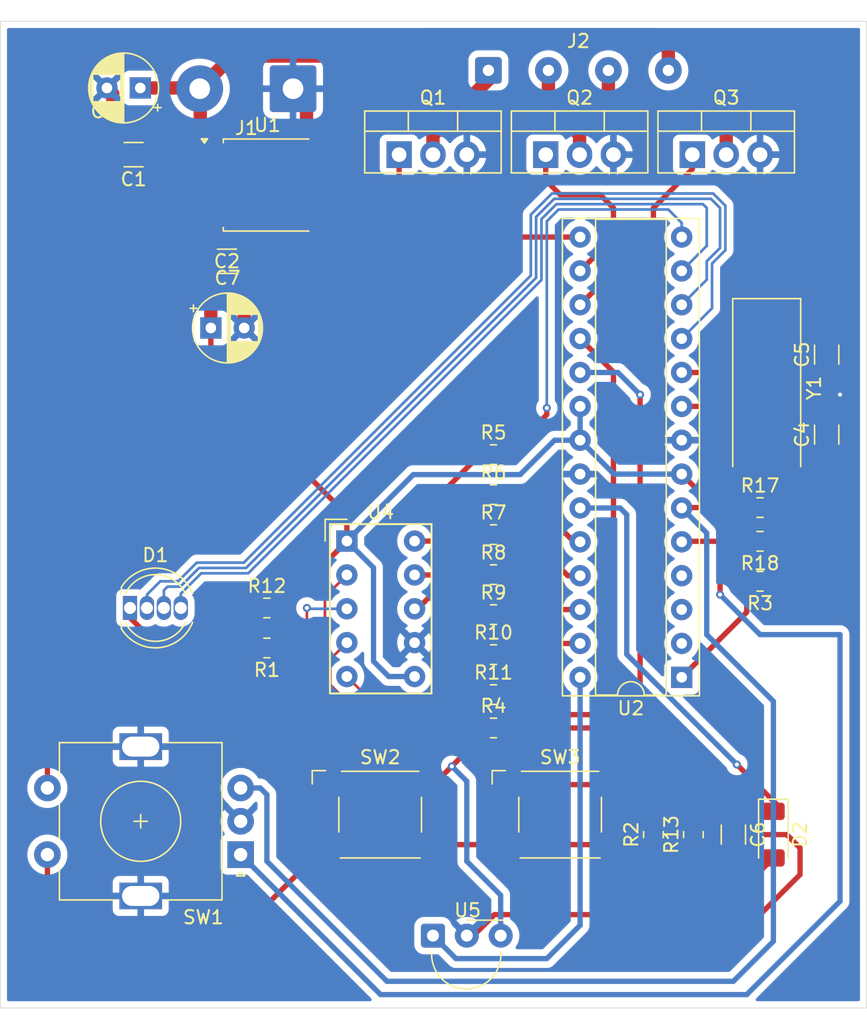
<source format=kicad_pcb>
(kicad_pcb (version 20240108) (generator "pcbnew") (generator_version "8.0")
  (layers (0 "F.Cu" signal) (31 "B.Cu" signal) (34 "B.Paste" user) (35 "F.Paste" user) (36 "B.SilkS" user "B.Silkscreen") (37 "F.SilkS" user "F.Silkscreen") (38 "B.Mask" user) (39 "F.Mask" user) (44 "Edge.Cuts" user))
  (net 0 "")
  (net 1 "GND")
  (net 2 "+12V")
  (net 3 "+5V")
  (net 4 "Net-(U2-XTAL1{slash}PB6)")
  (net 5 "Net-(U2-XTAL2{slash}PB7)")
  (net 6 "Net-(D1-GK)")
  (net 7 "Net-(D1-BK)")
  (net 8 "Net-(D1-A)")
  (net 9 "Net-(D1-RK)")
  (net 10 "Net-(Q1-G)")
  (net 11 "Net-(J2-Pin_3)")
  (net 12 "Net-(Q2-G)")
  (net 13 "Net-(J2-Pin_2)")
  (net 14 "Net-(Q3-G)")
  (net 15 "Net-(J2-Pin_1)")
  (net 16 "Net-(D2-K)")
  (net 17 "Net-(D2-A)")
  (net 18 "Net-(U2-~{RESET}{slash}PC6)")
  (net 19 "Net-(R1-Pad2)")
  (net 20 "Net-(U2-PB0)")
  (net 21 "Net-(R4-Pad2)")
  (net 22 "Net-(U2-PC1)")
  (net 23 "Net-(U2-PC2)")
  (net 24 "Net-(U4-A)")
  (net 25 "Net-(U2-PC3)")
  (net 26 "Net-(U4-B)")
  (net 27 "Net-(U4-C)")
  (net 28 "Net-(U2-PC4)")
  (net 29 "Net-(U2-PB4)")
  (net 30 "Net-(U4-D)")
  (net 31 "Net-(U4-E)")
  (net 32 "Net-(U2-PB5)")
  (net 33 "Net-(U4-F)")
  (net 34 "Net-(U4-G)")
  (net 35 "Net-(U2-PD3)")
  (net 36 "Net-(U2-PD4)")
  (net 37 "Net-(U2-PC5)")
  (footprint "Resistor_SMD:R_0805_2012Metric_Pad1.20x1.40mm_HandSolder" (layer "F.Cu") (at 110 100.5)
    (property "Reference" "R7" (at 0 -1.65 0) (layer "F.SilkS"))
    (property "Value" "220")
    (pad "1" smd roundrect (at -1 0) (size 1.2 1.4) (layers "F.Cu" "F.Paste" "F.Mask") (roundrect_rratio 0.208333) (net 27 "Net-(U4-C)"))
    (pad "2" smd roundrect (at 1 0) (size 1.2 1.4) (layers "F.Cu" "F.Paste" "F.Mask") (roundrect_rratio 0.208333) (net 23 "Net-(U2-PC2)"))
  )
  (footprint "Package_TO_SOT_THT:TO-220-3_Vertical" (layer "F.Cu") (at 102.92 72)
    (property "Reference" "Q1" (at 2.54 -4.27 0) (layer "F.SilkS"))
    (property "Value" "IRF740")
    (pad "1" thru_hole rect (at 0 0) (size 1.905 2) (drill 1.1) (layers "*.Cu" "*.Mask") (net 10 "Net-(Q1-G)"))
    (pad "2" thru_hole oval (at 2.54 0) (size 1.905 2) (drill 1.1) (layers "*.Cu" "*.Mask") (net 15 "Net-(J2-Pin_1)"))
    (pad "3" thru_hole oval (at 5.08 0) (size 1.905 2) (drill 1.1) (layers "*.Cu" "*.Mask") (net 1 "GND"))
  )
  (footprint "Rotary_Encoder:RotaryEncoder_Alps_EC11E-Switch_Vertical_H20mm" (layer "F.Cu") (at 91.030977 124.5 180)
    (property "Reference" "SW1" (at 2.8 -4.7 360) (layer "F.SilkS"))
    (property "Value" "RotaryEncoder_Switch_MP")
    (pad "A" thru_hole rect (at 0 0 180) (size 2 2) (drill 1) (layers "*.Cu" "*.Mask") (net 35 "Net-(U2-PD3)"))
    (pad "B" thru_hole circle (at 0 5 180) (size 2 2) (drill 1) (layers "*.Cu" "*.Mask") (net 36 "Net-(U2-PD4)"))
    (pad "C" thru_hole circle (at 0 2.5 180) (size 2 2) (drill 1) (layers "*.Cu" "*.Mask") (net 1 "GND"))
    (pad "MP" thru_hole rect (at 7.5 -3.1 180) (size 3.2 2) (drill oval 2.8 1.5) (layers "*.Cu" "*.Mask") (net 1 "GND"))
    (pad "MP" thru_hole rect (at 7.5 8.1 180) (size 3.2 2) (drill oval 2.8 1.5) (layers "*.Cu" "*.Mask") (net 1 "GND"))
    (pad "S1" thru_hole circle (at 14.5 5 180) (size 2 2) (drill 1) (layers "*.Cu" "*.Mask") (net 19 "Net-(R1-Pad2)"))
    (pad "S2" thru_hole circle (at 14.5 0 180) (size 2 2) (drill 1) (layers "*.Cu" "*.Mask") (net 17 "Net-(D2-A)"))
  )
  (footprint "Crystal:Crystal_SMD_HC49-SD" (layer "F.Cu") (at 130.5 89.5 -90)
    (property "Reference" "Y1" (at 0 -3.55 90) (layer "F.SilkS"))
    (property "Value" "16MHz")
    (pad "1" smd rect (at -4.25 0 270) (size 4.5 2) (layers "F.Cu" "F.Paste" "F.Mask") (net 5 "Net-(U2-XTAL2{slash}PB7)"))
    (pad "2" smd rect (at 4.25 0 270) (size 4.5 2) (layers "F.Cu" "F.Paste" "F.Mask") (net 4 "Net-(U2-XTAL1{slash}PB6)"))
  )
  (footprint "Button_Switch_SMD:SW_SPST_Omron_B3FS-100xP" (layer "F.Cu") (at 115 121.5)
    (property "Reference" "SW3" (at 0 -4.3 0) (layer "F.SilkS"))
    (property "Value" "SW_Omron_B3FS")
    (pad "1" smd rect (at -4 -2.25 180) (size 1.6 1.4) (layers "F.Cu" "F.Paste" "F.Mask") (net 21 "Net-(R4-Pad2)"))
    (pad "1" smd rect (at 4 -2.25 180) (size 1.6 1.4) (layers "F.Cu" "F.Paste" "F.Mask") (net 21 "Net-(R4-Pad2)"))
    (pad "2" smd rect (at -4 2.25 180) (size 1.6 1.4) (layers "F.Cu" "F.Paste" "F.Mask") (net 17 "Net-(D2-A)"))
    (pad "2" smd rect (at 4 2.25 180) (size 1.6 1.4) (layers "F.Cu" "F.Paste" "F.Mask") (net 17 "Net-(D2-A)"))
  )
  (footprint "Connector_Wire:SolderWire-0.25sqmm_1x04_P4.5mm_D0.65mm_OD2mm" (layer "F.Cu") (at 109.620761 65.681049)
    (property "Reference" "J2" (at 6.75 -2.2 0) (layer "F.SilkS"))
    (property "Value" "Conn_01x04_Socket")
    (pad "1" thru_hole roundrect (at 0 0) (size 2 2) (drill 0.85) (layers "*.Cu" "*.Mask") (roundrect_rratio 0.125) (net 15 "Net-(J2-Pin_1)"))
    (pad "2" thru_hole circle (at 4.5 0) (size 2 2) (drill 0.85) (layers "*.Cu" "*.Mask") (net 13 "Net-(J2-Pin_2)"))
    (pad "3" thru_hole circle (at 9 0) (size 2 2) (drill 0.85) (layers "*.Cu" "*.Mask") (net 11 "Net-(J2-Pin_3)"))
    (pad "4" thru_hole circle (at 13.5 0) (size 2 2) (drill 0.85) (layers "*.Cu" "*.Mask") (net 2 "+12V"))
  )
  (footprint "Resistor_SMD:R_0805_2012Metric_Pad1.20x1.40mm_HandSolder" (layer "F.Cu") (at 110 109.5)
    (property "Reference" "R10" (at 0 -1.65 0) (layer "F.SilkS"))
    (property "Value" "220")
    (pad "1" smd roundrect (at -1 0) (size 1.2 1.4) (layers "F.Cu" "F.Paste" "F.Mask") (roundrect_rratio 0.208333) (net 33 "Net-(U4-F)"))
    (pad "2" smd roundrect (at 1 0) (size 1.2 1.4) (layers "F.Cu" "F.Paste" "F.Mask") (roundrect_rratio 0.208333) (net 29 "Net-(U2-PB4)"))
  )
  (footprint "Resistor_SMD:R_0805_2012Metric_Pad1.20x1.40mm_HandSolder" (layer "F.Cu") (at 125 123 90)
    (property "Reference" "R13" (at 0 -1.65 90) (layer "F.SilkS"))
    (property "Value" "470")
    (pad "1" smd roundrect (at -1 0 90) (size 1.2 1.4) (layers "F.Cu" "F.Paste" "F.Mask") (roundrect_rratio 0.208333) (net 17 "Net-(D2-A)"))
    (pad "2" smd roundrect (at 1 0 90) (size 1.2 1.4) (layers "F.Cu" "F.Paste" "F.Mask") (roundrect_rratio 0.208333) (net 16 "Net-(D2-K)"))
  )
  (footprint "Resistor_SMD:R_0805_2012Metric_Pad1.20x1.40mm_HandSolder" (layer "F.Cu") (at 130 101 180)
    (property "Reference" "R18" (at 0 -1.65 360) (layer "F.SilkS"))
    (property "Value" "10k")
    (pad "1" smd roundrect (at -1 0 180) (size 1.2 1.4) (layers "F.Cu" "F.Paste" "F.Mask") (roundrect_rratio 0.208333) (net 3 "+5V"))
    (pad "2" smd roundrect (at 1 0 180) (size 1.2 1.4) (layers "F.Cu" "F.Paste" "F.Mask") (roundrect_rratio 0.208333) (net 35 "Net-(U2-PD3)"))
  )
  (footprint "Resistor_SMD:R_0805_2012Metric_Pad1.20x1.40mm_HandSolder" (layer "F.Cu") (at 122 123 90)
    (property "Reference" "R2" (at 0 -1.65 90) (layer "F.SilkS"))
    (property "Value" "10k")
    (pad "1" smd roundrect (at -1 0 90) (size 1.2 1.4) (layers "F.Cu" "F.Paste" "F.Mask") (roundrect_rratio 0.208333) (net 17 "Net-(D2-A)"))
    (pad "2" smd roundrect (at 1 0 90) (size 1.2 1.4) (layers "F.Cu" "F.Paste" "F.Mask") (roundrect_rratio 0.208333) (net 1 "GND"))
  )
  (footprint "Capacitor_THT:CP_Radial_D5.0mm_P2.50mm" (layer "F.Cu") (at 88.794888 85)
    (property "Reference" "C7" (at 1.25 -3.75 0) (layer "F.SilkS"))
    (property "Value" "10uF 25V")
    (pad "1" thru_hole rect (at 0 0) (size 1.6 1.6) (drill 0.8) (layers "*.Cu" "*.Mask") (net 3 "+5V"))
    (pad "2" thru_hole circle (at 2.5 0) (size 1.6 1.6) (drill 0.8) (layers "*.Cu" "*.Mask") (net 1 "GND"))
  )
  (footprint "Capacitor_SMD:C_1206_3216Metric_Pad1.33x1.80mm_HandSolder" (layer "F.Cu") (at 128 123 -90)
    (property "Reference" "C6" (at 0 -1.85 90) (layer "F.SilkS"))
    (property "Value" "1uF")
    (pad "1" smd roundrect (at -1.5625 0 270) (size 1.325 1.8) (layers "F.Cu" "F.Paste" "F.Mask") (roundrect_rratio 0.188679) (net 16 "Net-(D2-K)"))
    (pad "2" smd roundrect (at 1.5625 0 270) (size 1.325 1.8) (layers "F.Cu" "F.Paste" "F.Mask") (roundrect_rratio 0.188679) (net 1 "GND"))
  )
  (footprint "Resistor_SMD:R_0805_2012Metric_Pad1.20x1.40mm_HandSolder" (layer "F.Cu") (at 110 103.5)
    (property "Reference" "R8" (at 0 -1.65 0) (layer "F.SilkS"))
    (property "Value" "220")
    (pad "1" smd roundrect (at -1 0) (size 1.2 1.4) (layers "F.Cu" "F.Paste" "F.Mask") (roundrect_rratio 0.208333) (net 30 "Net-(U4-D)"))
    (pad "2" smd roundrect (at 1 0) (size 1.2 1.4) (layers "F.Cu" "F.Paste" "F.Mask") (roundrect_rratio 0.208333) (net 25 "Net-(U2-PC3)"))
  )
  (footprint "Package_DIP:DIP-28_W7.62mm_Socket" (layer "F.Cu") (at 124.12 111.2 180)
    (property "Reference" "U2" (at 3.81 -2.33 0) (layer "F.SilkS"))
    (property "Value" "ATmega328-P")
    (pad "1" thru_hole rect (at 0 0 180) (size 1.6 1.6) (drill 0.8) (layers "*.Cu" "*.Mask") (net 18 "Net-(U2-~{RESET}{slash}PC6)"))
    (pad "2" thru_hole oval (at 0 2.54 180) (size 1.6 1.6) (drill 0.8) (layers "*.Cu" "*.Mask"))
    (pad "3" thru_hole oval (at 0 5.08 180) (size 1.6 1.6) (drill 0.8) (layers "*.Cu" "*.Mask"))
    (pad "4" thru_hole oval (at 0 7.62 180) (size 1.6 1.6) (drill 0.8) (layers "*.Cu" "*.Mask"))
    (pad "5" thru_hole oval (at 0 10.16 180) (size 1.6 1.6) (drill 0.8) (layers "*.Cu" "*.Mask") (net 35 "Net-(U2-PD3)"))
    (pad "6" thru_hole oval (at 0 12.7 180) (size 1.6 1.6) (drill 0.8) (layers "*.Cu" "*.Mask") (net 36 "Net-(U2-PD4)"))
    (pad "7" thru_hole oval (at 0 15.24 180) (size 1.6 1.6) (drill 0.8) (layers "*.Cu" "*.Mask") (net 3 "+5V"))
    (pad "8" thru_hole oval (at 0 17.78 180) (size 1.6 1.6) (drill 0.8) (layers "*.Cu" "*.Mask") (net 1 "GND"))
    (pad "9" thru_hole oval (at 0 20.32 180) (size 1.6 1.6) (drill 0.8) (layers "*.Cu" "*.Mask") (net 4 "Net-(U2-XTAL1{slash}PB6)"))
    (pad "10" thru_hole oval (at 0 22.86 180) (size 1.6 1.6) (drill 0.8) (layers "*.Cu" "*.Mask") (net 5 "Net-(U2-XTAL2{slash}PB7)"))
    (pad "11" thru_hole oval (at 0 25.4 180) (size 1.6 1.6) (drill 0.8) (layers "*.Cu" "*.Mask") (net 9 "Net-(D1-RK)"))
    (pad "12" thru_hole oval (at 0 27.94 180) (size 1.6 1.6) (drill 0.8) (layers "*.Cu" "*.Mask") (net 6 "Net-(D1-GK)"))
    (pad "13" thru_hole oval (at 0 30.48 180) (size 1.6 1.6) (drill 0.8) (layers "*.Cu" "*.Mask") (net 7 "Net-(D1-BK)"))
    (pad "14" thru_hole oval (at 0 33.02 180) (size 1.6 1.6) (drill 0.8) (layers "*.Cu" "*.Mask") (net 20 "Net-(U2-PB0)"))
    (pad "15" thru_hole oval (at 7.62 33.02 180) (size 1.6 1.6) (drill 0.8) (layers "*.Cu" "*.Mask") (net 10 "Net-(Q1-G)"))
    (pad "16" thru_hole oval (at 7.62 30.48 180) (size 1.6 1.6) (drill 0.8) (layers "*.Cu" "*.Mask") (net 12 "Net-(Q2-G)"))
    (pad "17" thru_hole oval (at 7.62 27.94 180) (size 1.6 1.6) (drill 0.8) (layers "*.Cu" "*.Mask") (net 14 "Net-(Q3-G)"))
    (pad "18" thru_hole oval (at 7.62 25.4 180) (size 1.6 1.6) (drill 0.8) (layers "*.Cu" "*.Mask") (net 29 "Net-(U2-PB4)"))
    (pad "19" thru_hole oval (at 7.62 22.86 180) (size 1.6 1.6) (drill 0.8) (layers "*.Cu" "*.Mask") (net 32 "Net-(U2-PB5)"))
    (pad "20" thru_hole oval (at 7.62 20.32 180) (size 1.6 1.6) (drill 0.8) (layers "*.Cu" "*.Mask") (net 3 "+5V"))
    (pad "21" thru_hole oval (at 7.62 17.78 180) (size 1.6 1.6) (drill 0.8) (layers "*.Cu" "*.Mask") (net 3 "+5V"))
    (pad "22" thru_hole oval (at 7.62 15.24 180) (size 1.6 1.6) (drill 0.8) (layers "*.Cu" "*.Mask") (net 1 "GND"))
    (pad "23" thru_hole oval (at 7.62 12.7 180) (size 1.6 1.6) (drill 0.8) (layers "*.Cu" "*.Mask") (net 16 "Net-(D2-K)"))
    (pad "24" thru_hole oval (at 7.62 10.16 180) (size 1.6 1.6) (drill 0.8) (layers "*.Cu" "*.Mask") (net 22 "Net-(U2-PC1)"))
    (pad "25" thru_hole oval (at 7.62 7.62 180) (size 1.6 1.6) (drill 0.8) (layers "*.Cu" "*.Mask") (net 23 "Net-(U2-PC2)"))
    (pad "26" thru_hole oval (at 7.62 5.08 180) (size 1.6 1.6) (drill 0.8) (layers "*.Cu" "*.Mask") (net 25 "Net-(U2-PC3)"))
    (pad "27" thru_hole oval (at 7.62 2.54 180) (size 1.6 1.6) (drill 0.8) (layers "*.Cu" "*.Mask") (net 28 "Net-(U2-PC4)"))
    (pad "28" thru_hole oval (at 7.62 0 180) (size 1.6 1.6) (drill 0.8) (layers "*.Cu" "*.Mask") (net 37 "Net-(U2-PC5)"))
  )
  (footprint "Resistor_SMD:R_0805_2012Metric_Pad1.20x1.40mm_HandSolder" (layer "F.Cu") (at 93 109 180)
    (property "Reference" "R1" (at 0 -1.65 360) (layer "F.SilkS"))
    (property "Value" "15k")
    (pad "1" smd roundrect (at -1 0 180) (size 1.2 1.4) (layers "F.Cu" "F.Paste" "F.Mask") (roundrect_rratio 0.208333) (net 3 "+5V"))
    (pad "2" smd roundrect (at 1 0 180) (size 1.2 1.4) (layers "F.Cu" "F.Paste" "F.Mask") (roundrect_rratio 0.208333) (net 19 "Net-(R1-Pad2)"))
  )
  (footprint "Package_TO_SOT_THT:TO-220-3_Vertical" (layer "F.Cu") (at 124.92 72)
    (property "Reference" "Q3" (at 2.54 -4.27 0) (layer "F.SilkS"))
    (property "Value" "IRF740")
    (pad "1" thru_hole rect (at 0 0) (size 1.905 2) (drill 1.1) (layers "*.Cu" "*.Mask") (net 14 "Net-(Q3-G)"))
    (pad "2" thru_hole oval (at 2.54 0) (size 1.905 2) (drill 1.1) (layers "*.Cu" "*.Mask") (net 11 "Net-(J2-Pin_3)"))
    (pad "3" thru_hole oval (at 5.08 0) (size 1.905 2) (drill 1.1) (layers "*.Cu" "*.Mask") (net 1 "GND"))
  )
  (footprint "Resistor_SMD:R_0805_2012Metric_Pad1.20x1.40mm_HandSolder" (layer "F.Cu") (at 93 106)
    (property "Reference" "R12" (at 0 -1.65 0) (layer "F.SilkS"))
    (property "Value" "220")
    (pad "1" smd roundrect (at -1 0) (size 1.2 1.4) (layers "F.Cu" "F.Paste" "F.Mask") (roundrect_rratio 0.208333) (net 8 "Net-(D1-A)"))
    (pad "2" smd roundrect (at 1 0) (size 1.2 1.4) (layers "F.Cu" "F.Paste" "F.Mask") (roundrect_rratio 0.208333) (net 3 "+5V"))
  )
  (footprint "Resistor_SMD:R_0805_2012Metric_Pad1.20x1.40mm_HandSolder" (layer "F.Cu") (at 110 112.5)
    (property "Reference" "R11" (at 0 -1.65 0) (layer "F.SilkS"))
    (property "Value" "220")
    (pad "1" smd roundrect (at -1 0) (size 1.2 1.4) (layers "F.Cu" "F.Paste" "F.Mask") (roundrect_rratio 0.208333) (net 34 "Net-(U4-G)"))
    (pad "2" smd roundrect (at 1 0) (size 1.2 1.4) (layers "F.Cu" "F.Paste" "F.Mask") (roundrect_rratio 0.208333) (net 32 "Net-(U2-PB5)"))
  )
  (footprint "Capacitor_SMD:C_1206_3216Metric_Pad1.33x1.80mm_HandSolder" (layer "F.Cu") (at 83 72 180)
    (property "Reference" "C1" (at 0 -1.85 360) (layer "F.SilkS"))
    (property "Value" "0.33uF")
    (pad "1" smd roundrect (at -1.5625 0 180) (size 1.325 1.8) (layers "F.Cu" "F.Paste" "F.Mask") (roundrect_rratio 0.188679) (net 2 "+12V"))
    (pad "2" smd roundrect (at 1.5625 0 180) (size 1.325 1.8) (layers "F.Cu" "F.Paste" "F.Mask") (roundrect_rratio 0.188679) (net 1 "GND"))
  )
  (footprint "Resistor_SMD:R_0805_2012Metric_Pad1.20x1.40mm_HandSolder" (layer "F.Cu") (at 110 97.5)
    (property "Reference" "R6" (at 0 -1.65 0) (layer "F.SilkS"))
    (property "Value" "220")
    (pad "1" smd roundrect (at -1 0) (size 1.2 1.4) (layers "F.Cu" "F.Paste" "F.Mask") (roundrect_rratio 0.208333) (net 26 "Net-(U4-B)"))
    (pad "2" smd roundrect (at 1 0) (size 1.2 1.4) (layers "F.Cu" "F.Paste" "F.Mask") (roundrect_rratio 0.208333) (net 22 "Net-(U2-PC1)"))
  )
  (footprint "Resistor_SMD:R_0805_2012Metric_Pad1.20x1.40mm_HandSolder" (layer "F.Cu") (at 110 115)
    (property "Reference" "R4" (at 0 -1.65 0) (layer "F.SilkS"))
    (property "Value" "4,7k")
    (pad "1" smd roundrect (at -1 0) (size 1.2 1.4) (layers "F.Cu" "F.Paste" "F.Mask") (roundrect_rratio 0.208333) (net 3 "+5V"))
    (pad "2" smd roundrect (at 1 0) (size 1.2 1.4) (layers "F.Cu" "F.Paste" "F.Mask") (roundrect_rratio 0.208333) (net 21 "Net-(R4-Pad2)"))
  )
  (footprint "Package_TO_SOT_SMD:TO-252-2" (layer "F.Cu") (at 93.04 74.28)
    (property "Reference" "U1" (at 0 -4.5 0) (layer "F.SilkS"))
    (property "Value" "LM78M05_TO252")
    (pad "1" smd roundrect (at -5.04 -2.28) (size 2.2 1.2) (layers "F.Cu" "F.Paste" "F.Mask") (roundrect_rratio 0.208333) (net 2 "+12V"))
    (pad "2" smd roundrect (at -0.415 -1.525) (size 3.05 2.75) (layers "F.Cu" "F.Paste") (roundrect_rratio 0.090909) (net 1 "GND"))
    (pad "2" smd roundrect (at -0.415 1.525) (size 3.05 2.75) (layers "F.Cu" "F.Paste") (roundrect_rratio 0.090909) (net 1 "GND"))
    (pad "2" smd roundrect (at 1.26 0) (size 6.4 5.8) (layers "F.Cu" "F.Mask") (roundrect_rratio 0.043103) (net 1 "GND"))
    (pad "2" smd roundrect (at 2.935 -1.525) (size 3.05 2.75) (layers "F.Cu" "F.Paste") (roundrect_rratio 0.090909) (net 1 "GND"))
    (pad "2" smd roundrect (at 2.935 1.525) (size 3.05 2.75) (layers "F.Cu" "F.Paste") (roundrect_rratio 0.090909) (net 1 "GND"))
    (pad "3" smd roundrect (at -5.04 2.28) (size 2.2 1.2) (layers "F.Cu" "F.Paste" "F.Mask") (roundrect_rratio 0.208333) (net 3 "+5V"))
  )
  (footprint "Resistor_SMD:R_0805_2012Metric_Pad1.20x1.40mm_HandSolder" (layer "F.Cu") (at 110 106.5)
    (property "Reference" "R9" (at 0 -1.65 0) (layer "F.SilkS"))
    (property "Value" "220")
    (pad "1" smd roundrect (at -1 0) (size 1.2 1.4) (layers "F.Cu" "F.Paste" "F.Mask") (roundrect_rratio 0.208333) (net 31 "Net-(U4-E)"))
    (pad "2" smd roundrect (at 1 0) (size 1.2 1.4) (layers "F.Cu" "F.Paste" "F.Mask") (roundrect_rratio 0.208333) (net 28 "Net-(U2-PC4)"))
  )
  (footprint "Capacitor_THT:CP_Radial_D5.0mm_P2.50mm" (layer "F.Cu") (at 83.5 67 180)
    (property "Reference" "C3" (at 2.75 -1.75 360) (layer "F.SilkS"))
    (property "Value" "100uF 25V")
    (pad "1" thru_hole rect (at 0 0 180) (size 1.6 1.6) (drill 0.8) (layers "*.Cu" "*.Mask") (net 2 "+12V"))
    (pad "2" thru_hole circle (at 2.5 0 180) (size 1.6 1.6) (drill 0.8) (layers "*.Cu" "*.Mask") (net 1 "GND"))
  )
  (footprint "Capacitor_SMD:C_1206_3216Metric_Pad1.33x1.80mm_HandSolder" (layer "F.Cu") (at 135 87 90)
    (property "Reference" "C5" (at 0 -1.85 90) (layer "F.SilkS"))
    (property "Value" "22pF")
    (pad "1" smd roundrect (at -1.5625 0 90) (size 1.325 1.8) (layers "F.Cu" "F.Paste" "F.Mask") (roundrect_rratio 0.188679) (net 1 "GND"))
    (pad "2" smd roundrect (at 1.5625 0 90) (size 1.325 1.8) (layers "F.Cu" "F.Paste" "F.Mask") (roundrect_rratio 0.188679) (net 5 "Net-(U2-XTAL2{slash}PB7)"))
  )
  (footprint "OptoDevice:Vishay_MINIMOLD-3Pin" (layer "F.Cu") (at 105.46 130.575)
    (property "Reference" "U5" (at 2.6 -1.9 180) (layer "F.SilkS"))
    (property "Value" "TSOP531xx")
    (pad "1" thru_hole roundrect (at 0 0) (size 1.8 1.8) (drill 0.9) (layers "*.Cu" "*.Mask") (roundrect_rratio 0.139) (net 37 "Net-(U2-PC5)"))
    (pad "2" thru_hole circle (at 2.54 0) (size 1.8 1.8) (drill 0.9) (layers "*.Cu" "*.Mask") (net 1 "GND"))
    (pad "3" thru_hole circle (at 5.08 0) (size 1.8 1.8) (drill 0.9) (layers "*.Cu" "*.Mask") (net 3 "+5V"))
  )
  (footprint "Resistor_SMD:R_0805_2012Metric_Pad1.20x1.40mm_HandSolder" (layer "F.Cu") (at 130 98.471556)
    (property "Reference" "R17" (at 0 -1.65 0) (layer "F.SilkS"))
    (property "Value" "10k")
    (pad "1" smd roundrect (at -1 0) (size 1.2 1.4) (layers "F.Cu" "F.Paste" "F.Mask") (roundrect_rratio 0.208333) (net 36 "Net-(U2-PD4)"))
    (pad "2" smd roundrect (at 1 0) (size 1.2 1.4) (layers "F.Cu" "F.Paste" "F.Mask") (roundrect_rratio 0.208333) (net 3 "+5V"))
  )
  (footprint "Connector_Wire:SolderWire-0.75sqmm_1x02_P7mm_D1.25mm_OD3.5mm" (layer "F.Cu") (at 94.96 67.055 180)
    (property "Reference" "J1" (at 3.5 -2.95 360) (layer "F.SilkS"))
    (property "Value" "Conn_01x02")
    (pad "1" thru_hole roundrect (at 0 0 180) (size 3.5 3.5) (drill 1.55) (layers "*.Cu" "*.Mask") (roundrect_rratio 0.071429) (net 1 "GND"))
    (pad "2" thru_hole circle (at 7 0 180) (size 3.5 3.5) (drill 1.55) (layers "*.Cu" "*.Mask") (net 2 "+12V"))
  )
  (footprint "Capacitor_SMD:C_1206_3216Metric_Pad1.33x1.80mm_HandSolder" (layer "F.Cu") (at 90 80)
    (property "Reference" "C2" (at 0 0 0) (layer "F.SilkS"))
    (property "Value" "0.1uF")
    (pad "1" smd roundrect (at -1.5625 0) (size 1.325 1.8) (layers "F.Cu" "F.Paste" "F.Mask") (roundrect_rratio 0.188679) (net 3 "+5V"))
    (pad "2" smd roundrect (at 1.5625 0) (size 1.325 1.8) (layers "F.Cu" "F.Paste" "F.Mask") (roundrect_rratio 0.188679) (net 1 "GND"))
  )
  (footprint "Capacitor_SMD:C_1206_3216Metric_Pad1.33x1.80mm_HandSolder" (layer "F.Cu") (at 135 93 90)
    (property "Reference" "C4" (at 0 -1.85 90) (layer "F.SilkS"))
    (property "Value" "22pF")
    (pad "1" smd roundrect (at -1.5625 0 90) (size 1.325 1.8) (layers "F.Cu" "F.Paste" "F.Mask") (roundrect_rratio 0.188679) (net 4 "Net-(U2-XTAL1{slash}PB6)"))
    (pad "2" smd roundrect (at 1.5625 0 90) (size 1.325 1.8) (layers "F.Cu" "F.Paste" "F.Mask") (roundrect_rratio 0.188679) (net 1 "GND"))
  )
  (footprint "Resistor_SMD:R_0805_2012Metric_Pad1.20x1.40mm_HandSolder" (layer "F.Cu") (at 110 94.5)
    (property "Reference" "R5" (at 0 -1.65 0) (layer "F.SilkS"))
    (property "Value" "220")
    (pad "1" smd roundrect (at -1 0) (size 1.2 1.4) (layers "F.Cu" "F.Paste" "F.Mask") (roundrect_rratio 0.208333) (net 24 "Net-(U4-A)"))
    (pad "2" smd roundrect (at 1 0) (size 1.2 1.4) (layers "F.Cu" "F.Paste" "F.Mask") (roundrect_rratio 0.208333) (net 20 "Net-(U2-PB0)"))
  )
  (footprint "Resistor_SMD:R_0805_2012Metric_Pad1.20x1.40mm_HandSolder" (layer "F.Cu") (at 130 104 180)
    (property "Reference" "R3" (at 0 -1.65 360) (layer "F.SilkS"))
    (property "Value" "10k")
    (pad "1" smd roundrect (at -1 0 180) (size 1.2 1.4) (layers "F.Cu" "F.Paste" "F.Mask") (roundrect_rratio 0.208333) (net 3 "+5V"))
    (pad "2" smd roundrect (at 1 0 180) (size 1.2 1.4) (layers "F.Cu" "F.Paste" "F.Mask") (roundrect_rratio 0.208333) (net 18 "Net-(U2-~{RESET}{slash}PC6)"))
  )
  (footprint "Display_7Segment:HDSP-A151" (layer "F.Cu") (at 99 100.9825)
    (property "Reference" "U4" (at 2.54 -2.159 0) (layer "F.SilkS"))
    (property "Value" "HDSP-7501")
    (pad "1" thru_hole rect (at 0 0) (size 1.6 1.6) (drill 0.8) (layers "*.Cu" "*.Mask") (net 3 "+5V"))
    (pad "2" thru_hole circle (at 0 2.54) (size 1.6 1.6) (drill 0.8) (layers "*.Cu" "*.Mask") (net 33 "Net-(U4-F)"))
    (pad "3" thru_hole circle (at 0 5.08) (size 1.6 1.6) (drill 0.8) (layers "*.Cu" "*.Mask") (net 34 "Net-(U4-G)"))
    (pad "4" thru_hole circle (at 0 7.62) (size 1.6 1.6) (drill 0.8) (layers "*.Cu" "*.Mask") (net 31 "Net-(U4-E)"))
    (pad "5" thru_hole circle (at 0 10.16) (size 1.6 1.6) (drill 0.8) (layers "*.Cu" "*.Mask") (net 30 "Net-(U4-D)"))
    (pad "6" thru_hole circle (at 5.08 10.16) (size 1.6 1.6) (drill 0.8) (layers "*.Cu" "*.Mask") (net 3 "+5V"))
    (pad "7" thru_hole circle (at 5.08 7.62) (size 1.6 1.6) (drill 0.8) (layers "*.Cu" "*.Mask") (net 1 "GND"))
    (pad "8" thru_hole circle (at 5.08 5.08) (size 1.6 1.6) (drill 0.8) (layers "*.Cu" "*.Mask") (net 27 "Net-(U4-C)"))
    (pad "9" thru_hole circle (at 5.08 2.54) (size 1.6 1.6) (drill 0.8) (layers "*.Cu" "*.Mask") (net 26 "Net-(U4-B)"))
    (pad "10" thru_hole circle (at 5.08 0) (size 1.6 1.6) (drill 0.8) (layers "*.Cu" "*.Mask") (net 24 "Net-(U4-A)"))
  )
  (footprint "Diode_SMD:D_MiniMELF" (layer "F.Cu") (at 131 123 -90)
    (property "Reference" "D2" (at 0 -2 90) (layer "F.SilkS"))
    (property "Value" "D")
    (pad "1" smd roundrect (at -1.75 0 270) (size 1.3 1.7) (layers "F.Cu" "F.Paste" "F.Mask") (roundrect_rratio 0.1923076923) (net 16 "Net-(D2-K)"))
    (pad "2" smd roundrect (at 1.75 0 270) (size 1.3 1.7) (layers "F.Cu" "F.Paste" "F.Mask") (roundrect_rratio 0.1923076923) (net 17 "Net-(D2-A)"))
  )
  (footprint "LED_THT:LED_D5.0mm-4_RGB" (layer "F.Cu") (at 82.73 106)
    (property "Reference" "D1" (at 1.905 -3.96 0) (layer "F.SilkS"))
    (property "Value" "LED_ARGB")
    (pad "1" thru_hole rect (at 0 0) (size 1.07 1.8) (drill 0.9) (layers "*.Cu" "*.Mask") (net 8 "Net-(D1-A)"))
    (pad "2" thru_hole oval (at 1.27 0) (size 1.07 1.8) (drill 0.9) (layers "*.Cu" "*.Mask") (net 9 "Net-(D1-RK)"))
    (pad "3" thru_hole oval (at 2.54 0) (size 1.07 1.8) (drill 0.9) (layers "*.Cu" "*.Mask") (net 6 "Net-(D1-GK)"))
    (pad "4" thru_hole oval (at 3.81 0) (size 1.07 1.8) (drill 0.9) (layers "*.Cu" "*.Mask") (net 7 "Net-(D1-BK)"))
  )
  (footprint "Button_Switch_SMD:SW_SPST_Omron_B3FS-100xP" (layer "F.Cu") (at 101.5 121.5)
    (property "Reference" "SW2" (at 0 -4.3 0) (layer "F.SilkS"))
    (property "Value" "SW_Omron_B3FS")
    (pad "1" smd rect (at -4 -2.25 180) (size 1.6 1.4) (layers "F.Cu" "F.Paste" "F.Mask") (net 3 "+5V"))
    (pad "1" smd rect (at 4 -2.25 180) (size 1.6 1.4) (layers "F.Cu" "F.Paste" "F.Mask") (net 3 "+5V"))
    (pad "2" smd rect (at -4 2.25 180) (size 1.6 1.4) (layers "F.Cu" "F.Paste" "F.Mask") (net 17 "Net-(D2-A)"))
    (pad "2" smd rect (at 4 2.25 180) (size 1.6 1.4) (layers "F.Cu" "F.Paste" "F.Mask") (net 17 "Net-(D2-A)"))
  )
  (footprint "Package_TO_SOT_THT:TO-220-3_Vertical" (layer "F.Cu") (at 113.92 72)
    (property "Reference" "Q2" (at 2.54 -4.27 0) (layer "F.SilkS"))
    (property "Value" "IRF740")
    (pad "1" thru_hole rect (at 0 0) (size 1.905 2) (drill 1.1) (layers "*.Cu" "*.Mask") (net 12 "Net-(Q2-G)"))
    (pad "2" thru_hole oval (at 2.54 0) (size 1.905 2) (drill 1.1) (layers "*.Cu" "*.Mask") (net 13 "Net-(J2-Pin_2)"))
    (pad "3" thru_hole oval (at 5.08 0) (size 1.905 2) (drill 1.1) (layers "*.Cu" "*.Mask") (net 1 "GND"))
  )
  (gr_rect (start 73 62) (end 138 136) (stroke (width 0.05)) (fill none) (layer "Edge.Cuts"))
  (segment (start 91.5625 80) (end 91.5625 76.8675) (width 1) (layer "F.Cu") (net 1))
  (segment (start 95.975 72.755) (end 95.975 68.07) (width 1) (layer "F.Cu") (net 1))
  (segment (start 130 129) (end 110.075 129) (width 0.4) (layer "F.Cu") (net 1))
  (segment (start 122 122) (end 123 123) (width 0.4) (layer "F.Cu") (net 1))
  (segment (start 135 90) (end 136 90) (width 0.4) (layer "F.Cu") (net 1))
  (segment (start 91.294888 85) (end 91.294888 80.267612) (width 1) (layer "F.Cu") (net 1))
  (segment (start 133 124) (end 133 126) (width 0.4) (layer "F.Cu") (net 1))
  (segment (start 91.294888 80.267612) (end 91.5625 80) (width 1) (layer "F.Cu") (net 1))
  (segment (start 128 123) (end 132 123) (width 0.4) (layer "F.Cu") (net 1))
  (segment (start 132 123) (end 133 124) (width 0.4) (layer "F.Cu") (net 1))
  (segment (start 81.4375 72) (end 81.4375 67.4375) (width 1) (layer "F.Cu") (net 1))
  (segment (start 92.625 72.755) (end 95.975 72.755) (width 1) (layer "F.Cu") (net 1))
  (segment (start 135 91.4375) (end 135 90) (width 0.4) (layer "F.Cu") (net 1))
  (segment (start 92.625 75.805) (end 95.975 75.805) (width 1) (layer "F.Cu") (net 1))
  (segment (start 128 124.5625) (end 128 123) (width 0.4) (layer "F.Cu") (net 1))
  (segment (start 91.5625 76.8675) (end 92.625 75.805) (width 1) (layer "F.Cu") (net 1))
  (segment (start 133 126) (end 130 129) (width 0.4) (layer "F.Cu") (net 1))
  (segment (start 110.075 129) (end 108 131.075) (width 0.4) (layer "F.Cu") (net 1))
  (segment (start 81.4375 67.4375) (end 81 67) (width 1) (layer "F.Cu") (net 1))
  (segment (start 95.975 75.805) (end 95.975 72.755) (width 1) (layer "F.Cu") (net 1))
  (segment (start 123 123) (end 128 123) (width 0.4) (layer "F.Cu") (net 1))
  (segment (start 135 90) (end 135 88.5625) (width 0.4) (layer "F.Cu") (net 1))
  (segment (start 95.975 68.07) (end 94.96 67.055) (width 1) (layer "F.Cu") (net 1))
  (segment (start 92.625 72.755) (end 92.625 75.805) (width 1) (layer "F.Cu") (net 1))
  (via (at 136 90) (size 0.6) (drill 0.3) (layers "F.Cu" "B.Cu") (net 1))
  (segment (start 87.96 67.055) (end 90.41 64.605) (width 1) (layer "F.Cu") (net 2))
  (segment (start 83.5 67) (end 87.905 67) (width 1) (layer "F.Cu") (net 2))
  (segment (start 84.5625 72) (end 88 72) (width 1) (layer "F.Cu") (net 2))
  (segment (start 105 63) (end 122 63) (width 1) (layer "F.Cu") (net 2))
  (segment (start 122 63) (end 123.120761 64.120761) (width 1) (layer "F.Cu") (net 2))
  (segment (start 87.905 67) (end 87.96 67.055) (width 1) (layer "F.Cu") (net 2))
  (segment (start 88 67.095) (end 87.96 67.055) (width 1) (layer "F.Cu") (net 2))
  (segment (start 103.395 64.605) (end 105 63) (width 1) (layer "F.Cu") (net 2))
  (segment (start 87.96 71.96) (end 88 72) (width 0.2) (layer "F.Cu") (net 2))
  (segment (start 123.120761 64.120761) (end 123.120761 65.681049) (width 1) (layer "F.Cu") (net 2))
  (segment (start 88 72) (end 88 67.095) (width 1) (layer "F.Cu") (net 2))
  (segment (start 90.41 64.605) (end 103.395 64.605) (width 1) (layer "F.Cu") (net 2))
  (segment (start 88.4375 76.9975) (end 88 76.56) (width 1) (layer "F.Cu") (net 3))
  (segment (start 105.5 119.25) (end 106.875 117.875) (width 0.4) (layer "F.Cu") (net 3))
  (segment (start 88.794888 88.794888) (end 99 99) (width 0.4) (layer "F.Cu") (net 3))
  (segment (start 94 106) (end 94 109) (width 0.4) (layer "F.Cu") (net 3))
  (segment (start 88.794888 85) (end 88.794888 80.357388) (width 1) (layer "F.Cu") (net 3))
  (segment (start 88.794888 85) (end 88.794888 88.794888) (width 0.4) (layer "F.Cu") (net 3))
  (segment (start 88.794888 80.357388) (end 88.4375 80) (width 1) (layer "F.Cu") (net 3))
  (segment (start 131 101) (end 131 104) (width 0.4) (layer "F.Cu") (net 3))
  (segment (start 131 98.471556) (end 131 101) (width 0.4) (layer "F.Cu") (net 3))
  (segment (start 97.5 119.25) (end 94.25 116) (width 0.4) (layer "F.Cu") (net 3))
  (segment (start 94 116) (end 94 109) (width 0.4) (layer "F.Cu") (net 3))
  (segment (start 129.528444 97) (end 125.16 97) (width 0.4) (layer "F.Cu") (net 3))
  (segment (start 88.4375 80) (end 88.4375 76.9975) (width 1) (layer "F.Cu") (net 3))
  (segment (start 99 99) (end 99 100.9825) (width 0.4) (layer "F.Cu") (net 3))
  (segment (start 94 106) (end 99 101) (width 0.4) (layer "F.Cu") (net 3))
  (segment (start 97.5 119.25) (end 105.5 119.25) (width 0.4) (layer "F.Cu") (net 3))
  (segment (start 131 98.471556) (end 129.528444 97) (width 0.4) (layer "F.Cu") (net 3))
  (segment (start 94.25 116) (end 94 116) (width 0.4) (layer "F.Cu") (net 3))
  (segment (start 109 115.75) (end 109 115) (width 0.4) (layer "F.Cu") (net 3))
  (segment (start 107.875 116.875) (end 109 115.75) (width 0.4) (layer "F.Cu") (net 3))
  (segment (start 106.875 117.875) (end 107.875 116.875) (width 0.4) (layer "F.Cu") (net 3))
  (segment (start 99 101) (end 99 100.9825) (width 0.4) (layer "F.Cu") (net 3))
  (segment (start 125.16 97) (end 124.12 95.96) (width 0.4) (layer "F.Cu") (net 3))
  (via (at 106.875 117.875) (size 0.6) (drill 0.3) (layers "F.Cu" "B.Cu") (net 3))
  (segment (start 101 110) (end 102.1425 111.1425) (width 0.4) (layer "B.Cu") (net 3))
  (segment (start 110.54 131.075) (end 110.54 127.54) (width 0.4) (layer "B.Cu") (net 3))
  (segment (start 108 125) (end 108 119) (width 0.4) (layer "B.Cu") (net 3))
  (segment (start 108 119) (end 106.875 117.875) (width 0.4) (layer "B.Cu") (net 3))
  (segment (start 119.04 95.96) (end 116.5 93.42) (width 0.4) (layer "B.Cu") (net 3))
  (segment (start 99 100.9825) (end 103.9825 96) (width 0.4) (layer "B.Cu") (net 3))
  (segment (start 110.54 127.54) (end 108 125) (width 0.4) (layer "B.Cu") (net 3))
  (segment (start 103.9825 96) (end 112 96) (width 0.4) (layer "B.Cu") (net 3))
  (segment (start 102.1425 111.1425) (end 104.08 111.1425) (width 0.4) (layer "B.Cu") (net 3))
  (segment (start 116.5 93.42) (end 116.5 90.88) (width 0.4) (layer "B.Cu") (net 3))
  (segment (start 124.12 95.96) (end 119.04 95.96) (width 0.4) (layer "B.Cu") (net 3))
  (segment (start 101 102.9825) (end 101 110) (width 0.4) (layer "B.Cu") (net 3))
  (segment (start 112 96) (end 114.58 93.42) (width 0.4) (layer "B.Cu") (net 3))
  (segment (start 99 100.9825) (end 101 102.9825) (width 0.4) (layer "B.Cu") (net 3))
  (segment (start 114.58 93.42) (end 116.5 93.42) (width 0.4) (layer "B.Cu") (net 3))
  (segment (start 130.5 93.75) (end 127.75 91) (width 0.4) (layer "F.Cu") (net 4))
  (segment (start 131.3125 94.5625) (end 130.5 93.75) (width 0.4) (layer "F.Cu") (net 4))
  (segment (start 125.88 90.88) (end 124.12 90.88) (width 0.4) (layer "F.Cu") (net 4))
  (segment (start 127.75 91) (end 126 91) (width 0.4) (layer "F.Cu") (net 4))
  (segment (start 126 91) (end 125.88 90.88) (width 0.4) (layer "F.Cu") (net 4))
  (segment (start 135 94.5625) (end 131.3125 94.5625) (width 0.4) (layer "F.Cu") (net 4))
  (segment (start 135 85.4375) (end 134.810607 85.248107) (width 0.4) (layer "F.Cu") (net 5))
  (segment (start 126.66 88.34) (end 124.12 88.34) (width 0.4) (layer "F.Cu") (net 5))
  (segment (start 130.5 85.25) (end 129.75 85.25) (width 0.4) (layer "F.Cu") (net 5))
  (segment (start 129.75 85.25) (end 126.66 88.34) (width 0.4) (layer "F.Cu") (net 5))
  (segment (start 130.501893 85.248107) (end 130.5 85.25) (width 0.4) (layer "F.Cu") (net 5))
  (segment (start 134.810607 85.248107) (end 130.501893 85.248107) (width 0.4) (layer "F.Cu") (net 5))
  (segment (start 86.505 104.4) (end 85.5525 104.4) (width 0.2) (layer "B.Cu") (net 6))
  (segment (start 113.2 76.668628) (end 113.2 81.234314) (width 0.2) (layer "B.Cu") (net 6))
  (segment (start 124.12 83.26) (end 126 81.38) (width 0.2) (layer "B.Cu") (net 6))
  (segment (start 85.27 104.6825) (end 85.27 106) (width 0.2) (layer "B.Cu") (net 6))
  (segment (start 114.554906 75.313722) (end 113.2 76.668628) (width 0.2) (layer "B.Cu") (net 6))
  (segment (start 85.5525 104.4) (end 85.27 104.6825) (width 0.2) (layer "B.Cu") (net 6))
  (segment (start 91.434314 103) (end 87.905 103) (width 0.2) (layer "B.Cu") (net 6))
  (segment (start 126.313722 75.313722) (end 114.554906 75.313722) (width 0.2) (layer "B.Cu") (net 6))
  (segment (start 127 76) (end 126.313722 75.313722) (width 0.2) (layer "B.Cu") (net 6))
  (segment (start 127 79) (end 127 76) (width 0.2) (layer "B.Cu") (net 6))
  (segment (start 126 81.38) (end 126 80) (width 0.2) (layer "B.Cu") (net 6))
  (segment (start 113.2 81.234314) (end 91.434314 103) (width 0.2) (layer "B.Cu") (net 6))
  (segment (start 87.905 103) (end 86.505 104.4) (width 0.2) (layer "B.Cu") (net 6))
  (segment (start 126 80) (end 127 79) (width 0.2) (layer "B.Cu") (net 6))
  (segment (start 125.713722 75.713722) (end 114.720592 75.713722) (width 0.2) (layer "B.Cu") (net 7))
  (segment (start 88.070686 103.4) (end 86.54 104.930686) (width 0.2) (layer "B.Cu") (net 7))
  (segment (start 113.6 81.4) (end 113.365685 81.634314) (width 0.2) (layer "B.Cu") (net 7))
  (segment (start 86.54 104.930686) (end 86.54 106) (width 0.2) (layer "B.Cu") (net 7))
  (segment (start 126 76) (end 125.713722 75.713722) (width 0.2) (layer "B.Cu") (net 7))
  (segment (start 91.6 103.4) (end 88.070686 103.4) (width 0.2) (layer "B.Cu") (net 7))
  (segment (start 124.12 80.72) (end 126 78.84) (width 0.2) (layer "B.Cu") (net 7))
  (segment (start 113.6 76.834314) (end 113.6 81.4) (width 0.2) (layer "B.Cu") (net 7))
  (segment (start 114.720592 75.713722) (end 113.6 76.834314) (width 0.2) (layer "B.Cu") (net 7))
  (segment (start 113.365685 81.634314) (end 91.6 103.4) (width 0.2) (layer "B.Cu") (net 7))
  (segment (start 126 78.84) (end 126 76) (width 0.2) (layer "B.Cu") (net 7))
  (segment (start 84 108) (end 82.73 106.73) (width 0.4) (layer "F.Cu") (net 8))
  (segment (start 90 108) (end 84 108) (width 0.4) (layer "F.Cu") (net 8))
  (segment (start 92 106) (end 90 108) (width 0.4) (layer "F.Cu") (net 8))
  (segment (start 82.73 106.73) (end 82.73 106) (width 0.4) (layer "F.Cu") (net 8))
  (segment (start 112.8 81.068628) (end 91.268628 102.6) (width 0.2) (layer "B.Cu") (net 9))
  (segment (start 127.4 79.165686) (end 127.4 75.834314) (width 0.2) (layer "B.Cu") (net 9))
  (segment (start 112.8 76.502942) (end 112.8 81.068628) (width 0.2) (layer "B.Cu") (net 9))
  (segment (start 84 105) (end 84 106) (width 0.2) (layer "B.Cu") (net 9))
  (segment (start 114.38922 74.913722) (end 114.154906 75.148037) (width 0.2) (layer "B.Cu") (net 9))
  (segment (start 127.4 75.834314) (end 126.479408 74.913722) (width 0.2) (layer "B.Cu") (net 9))
  (segment (start 87.739314 102.6) (end 86.339314 104) (width 0.2) (layer "B.Cu") (net 9))
  (segment (start 126.4 80.165686) (end 127.4 79.165686) (width 0.2) (layer "B.Cu") (net 9))
  (segment (start 85 104) (end 84 105) (width 0.2) (layer "B.Cu") (net 9))
  (segment (start 126.479408 74.913722) (end 114.38922 74.913722) (width 0.2) (layer "B.Cu") (net 9))
  (segment (start 86.339314 104) (end 85 104) (width 0.2) (layer "B.Cu") (net 9))
  (segment (start 114.154906 75.148037) (end 112.8 76.502942) (width 0.2) (layer "B.Cu") (net 9))
  (segment (start 91.268628 102.6) (end 87.739314 102.6) (width 0.2) (layer "B.Cu") (net 9))
  (segment (start 124.12 85.8) (end 126.4 83.52) (width 0.2) (layer "B.Cu") (net 9))
  (segment (start 126.4 83.52) (end 126.4 80.165686) (width 0.2) (layer "B.Cu") (net 9))
  (segment (start 102.92 72) (end 102.92 75.92) (width 0.4) (layer "F.Cu") (net 10))
  (segment (start 105.18 78.18) (end 116.5 78.18) (width 0.4) (layer "F.Cu") (net 10))
  (segment (start 102.92 75.92) (end 105.18 78.18) (width 0.4) (layer "F.Cu") (net 10))
  (segment (start 127.46 70) (end 126.46 69) (width 1) (layer "F.Cu") (net 11))
  (segment (start 126.46 69) (end 120 69) (width 1) (layer "F.Cu") (net 11))
  (segment (start 120 69) (end 118.620761 67.620761) (width 1) (layer "F.Cu") (net 11))
  (segment (start 127.46 72) (end 127.46 70) (width 1) (layer "F.Cu") (net 11))
  (segment (start 118.620761 67.620761) (end 118.620761 65.681049) (width 1) (layer "F.Cu") (net 11))
  (segment (start 119 78.22) (end 116.5 80.72) (width 0.4) (layer "F.Cu") (net 12))
  (segment (start 118 75) (end 119 76) (width 0.4) (layer "F.Cu") (net 12))
  (segment (start 119 76) (end 119 78.22) (width 0.4) (layer "F.Cu") (net 12))
  (segment (start 113.92 72) (end 113.92 73.92) (width 0.4) (layer "F.Cu") (net 12))
  (segment (start 113.92 73.92) (end 115 75) (width 0.4) (layer "F.Cu") (net 12))
  (segment (start 115 75) (end 118 75) (width 0.4) (layer "F.Cu") (net 12))
  (segment (start 114.120761 68.199086) (end 114.120761 65.681049) (width 1) (layer "F.Cu") (net 13))
  (segment (start 116.46 70.538325) (end 114.120761 68.199086) (width 1) (layer "F.Cu") (net 13))
  (segment (start 116.46 72) (end 116.46 70.538325) (width 1) (layer "F.Cu") (net 13))
  (segment (start 124.92 72) (end 124.92 73.08) (width 0.4) (layer "F.Cu") (net 14))
  (segment (start 124.92 73.08) (end 122 76) (width 0.4) (layer "F.Cu") (net 14))
  (segment (start 122 76) (end 122 77.76) (width 0.4) (layer "F.Cu") (net 14))
  (segment (start 122 77.76) (end 116.5 83.26) (width 0.4) (layer "F.Cu") (net 14))
  (segment (start 109.620761 66.379239) (end 109.620761 65.681049) (width 1) (layer "F.Cu") (net 15))
  (segment (start 105.46 70.54) (end 109.620761 66.379239) (width 1) (layer "F.Cu") (net 15))
  (segment (start 105.46 72) (end 105.46 70.54) (width 1) (layer "F.Cu") (net 15))
  (segment (start 125 122) (end 127.4375 122) (width 0.4) (layer "F.Cu") (net 16))
  (segment (start 127.4375 122) (end 128 121.4375) (width 0.4) (layer "F.Cu") (net 16))
  (segment (start 128 121.4375) (end 130.8125 121.4375) (width 0.4) (layer "F.Cu") (net 16))
  (segment (start 131.25 120.73) (end 128.26 117.74) (width 0.4) (layer "F.Cu") (net 16))
  (segment (start 130.8125 121.4375) (end 131 121.25) (width 0.4) (layer "F.Cu") (net 16))
  (segment (start 131.25 121) (end 131.25 120.73) (width 0.4) (layer "F.Cu") (net 16))
  (via (at 128.26 117.74) (size 0.6) (drill 0.3) (layers "F.Cu" "B.Cu") (net 16))
  (segment (start 116.5 98.5) (end 119.5 98.5) (width 0.4) (layer "B.Cu") (net 16))
  (segment (start 120 99) (end 120 109.48) (width 0.4) (layer "B.Cu") (net 16))
  (segment (start 120 109.48) (end 128.26 117.74) (width 0.4) (layer "B.Cu") (net 16))
  (segment (start 119.5 98.5) (end 120 99) (width 0.4) (layer "B.Cu") (net 16))
  (segment (start 111 123.75) (end 119 123.75) (width 0.4) (layer "F.Cu") (net 17))
  (segment (start 76.530977 124.5) (end 76.530977 128) (width 0.4) (layer "F.Cu") (net 17))
  (segment (start 105.5 123.75) (end 111 123.75) (width 0.4) (layer "F.Cu") (net 17))
  (segment (start 97.25 124) (end 97.5 123.75) (width 0.4) (layer "F.Cu") (net 17))
  (segment (start 128.75 127) (end 131 124.75) (width 0.4) (layer "F.Cu") (net 17))
  (segment (start 97.5 123.75) (end 105.5 123.75) (width 0.4) (layer "F.Cu") (net 17))
  (segment (start 125 126) (end 126 127) (width 0.4) (layer "F.Cu") (net 17))
  (segment (start 125 124) (end 125 126) (width 0.4) (layer "F.Cu") (net 17))
  (segment (start 78.530977 130) (end 91.25 130) (width 0.4) (layer "F.Cu") (net 17))
  (segment (start 122 124) (end 125 124) (width 0.4) (layer "F.Cu") (net 17))
  (segment (start 76.530977 128) (end 78.530977 130) (width 0.4) (layer "F.Cu") (net 17))
  (segment (start 121.75 123.75) (end 122 124) (width 0.4) (layer "F.Cu") (net 17))
  (segment (start 91.25 130) (end 97.5 123.75) (width 0.4) (layer "F.Cu") (net 17))
  (segment (start 126 127) (end 128.75 127) (width 0.4) (layer "F.Cu") (net 17))
  (segment (start 119 123.75) (end 121.75 123.75) (width 0.4) (layer "F.Cu") (net 17))
  (segment (start 124.12 111.2) (end 129 106.32) (width 0.4) (layer "F.Cu") (net 18))
  (segment (start 129 106.32) (end 129 104) (width 0.4) (layer "F.Cu") (net 18))
  (segment (start 78 113) (end 88 113) (width 0.4) (layer "F.Cu") (net 19))
  (segment (start 76.530977 114.469023) (end 78 113) (width 0.4) (layer "F.Cu") (net 19))
  (segment (start 76.530977 119.5) (end 76.530977 114.469023) (width 0.4) (layer "F.Cu") (net 19))
  (segment (start 88 113) (end 92 109) (width 0.4) (layer "F.Cu") (net 19))
  (segment (start 114 91.5) (end 114 91) (width 0.4) (layer "F.Cu") (net 20))
  (segment (start 111 94.5) (end 114 91.5) (width 0.4) (layer "F.Cu") (net 20))
  (via (at 114 91) (size 0.6) (drill 0.3) (layers "F.Cu" "B.Cu") (net 20))
  (segment (start 114.886278 76.113722) (end 114 77) (width 0.2) (layer "B.Cu") (net 20))
  (segment (start 124.12 77.12) (end 123.113722 76.113722) (width 0.2) (layer "B.Cu") (net 20))
  (segment (start 124.12 78.18) (end 124.12 77.12) (width 0.2) (layer "B.Cu") (net 20))
  (segment (start 123.113722 76.113722) (end 114.886278 76.113722) (width 0.2) (layer "B.Cu") (net 20))
  (segment (start 114 77) (end 114 91) (width 0.2) (layer "B.Cu") (net 20))
  (segment (start 111 115) (end 111 119.25) (width 0.4) (layer "F.Cu") (net 21))
  (segment (start 111 119.25) (end 119 119.25) (width 0.4) (layer "F.Cu") (net 21))
  (segment (start 116.04 101.04) (end 116.5 101.04) (width 0.4) (layer "F.Cu") (net 22))
  (segment (start 111 97.5) (end 112.5 97.5) (width 0.4) (layer "F.Cu") (net 22))
  (segment (start 112.5 97.5) (end 116.04 101.04) (width 0.4) (layer "F.Cu") (net 22))
  (segment (start 115.58 103.58) (end 116.5 103.58) (width 0.4) (layer "F.Cu") (net 23))
  (segment (start 112.5 100.5) (end 115.58 103.58) (width 0.4) (layer "F.Cu") (net 23))
  (segment (start 111 100.5) (end 112.5 100.5) (width 0.4) (layer "F.Cu") (net 23))
  (segment (start 106.4 100.6) (end 106.4 97.1) (width 0.4) (layer "F.Cu") (net 24))
  (segment (start 106.4 97.1) (end 109 94.5) (width 0.4) (layer "F.Cu") (net 24))
  (segment (start 106.0175 100.9825) (end 106.4 100.6) (width 0.4) (layer "F.Cu") (net 24))
  (segment (start 104.08 100.9825) (end 106.0175 100.9825) (width 0.4) (layer "F.Cu") (net 24))
  (segment (start 111 103.5) (end 112.5 103.5) (width 0.4) (layer "F.Cu") (net 25))
  (segment (start 112.5 103.5) (end 115.12 106.12) (width 0.4) (layer "F.Cu") (net 25))
  (segment (start 115.12 106.12) (end 116.5 106.12) (width 0.4) (layer "F.Cu") (net 25))
  (segment (start 107.198422 101.801578) (end 107.198422 97.801578) (width 0.4) (layer "F.Cu") (net 26))
  (segment (start 107.198422 97.801578) (end 107.5 97.5) (width 0.4) (layer "F.Cu") (net 26))
  (segment (start 107.5 97.5) (end 109 97.5) (width 0.4) (layer "F.Cu") (net 26))
  (segment (start 105.4775 103.5225) (end 107.198422 101.801578) (width 0.4) (layer "F.Cu") (net 26))
  (segment (start 104.08 103.5225) (end 105.4775 103.5225) (width 0.4) (layer "F.Cu") (net 26))
  (segment (start 108 102.36459) (end 108 101) (width 0.4) (layer "F.Cu") (net 27))
  (segment (start 104.30209 106.0625) (end 108 102.36459) (width 0.4) (layer "F.Cu") (net 27))
  (segment (start 104.08 106.0625) (end 104.30209 106.0625) (width 0.4) (layer "F.Cu") (net 27))
  (segment (start 108 101) (end 108.5 100.5) (width 0.4) (layer "F.Cu") (net 27))
  (segment (start 108.5 100.5) (end 109 100.5) (width 0.4) (layer "F.Cu") (net 27))
  (segment (start 112.5 106.5) (end 114.66 108.66) (width 0.4) (layer "F.Cu") (net 28))
  (segment (start 111 106.5) (end 112.5 106.5) (width 0.4) (layer "F.Cu") (net 28))
  (segment (start 114.66 108.66) (end 116.5 108.66) (width 0.4) (layer "F.Cu") (net 28))
  (segment (start 118 114) (end 119 113) (width 0.4) (layer "F.Cu") (net 29))
  (segment (start 115.5 114) (end 118 114) (width 0.4) (layer "F.Cu") (net 29))
  (segment (start 111 109.5) (end 115.5 114) (width 0.4) (layer "F.Cu") (net 29))
  (segment (start 119 113) (end 119 88.3) (width 0.4) (layer "F.Cu") (net 29))
  (segment (start 119 88.3) (end 116.5 85.8) (width 0.4) (layer "F.Cu") (net 29))
  (segment (start 105.767541 113.232459) (end 101.089959 113.232459) (width 0.2) (layer "F.Cu") (net 30))
  (segment (start 108.5 103.5) (end 106 106) (width 0.2) (layer "F.Cu") (net 30))
  (segment (start 106 113) (end 105.767541 113.232459) (width 0.2) (layer "F.Cu") (net 30))
  (segment (start 101.089959 113.232459) (end 99 111.1425) (width 0.2) (layer "F.Cu") (net 30))
  (segment (start 109 103.5) (end 108.5 103.5) (width 0.2) (layer "F.Cu") (net 30))
  (segment (start 106 106) (end 106 113) (width 0.2) (layer "F.Cu") (net 30))
  (segment (start 109 106.5) (end 107.5 106.5) (width 0.2) (layer "F.Cu") (net 31))
  (segment (start 97.753553 111.753553) (end 97.753553 109.848947) (width 0.2) (layer "F.Cu") (net 31))
  (segment (start 107.5 106.5) (end 106.4 107.6) (width 0.2) (layer "F.Cu") (net 31))
  (segment (start 97.753553 109.848947) (end 99 108.6025) (width 0.2) (layer "F.Cu") (net 31))
  (segment (start 106.4 113.165686) (end 105.933227 113.632459) (width 0.2) (layer "F.Cu") (net 31))
  (segment (start 105.933227 113.632459) (end 99.632459 113.632459) (width 0.2) (layer "F.Cu") (net 31))
  (segment (start 106.4 107.6) (end 106.4 113.165686) (width 0.2) (layer "F.Cu") (net 31))
  (segment (start 99.632459 113.632459) (end 97.753553 111.753553) (width 0.2) (layer "F.Cu") (net 31))
  (segment (start 113.5 115) (end 119 115) (width 0.4) (layer "F.Cu") (net 32))
  (segment (start 111 112.5) (end 113.5 115) (width 0.4) (layer "F.Cu") (net 32))
  (segment (start 119 115) (end 121 113) (width 0.4) (layer "F.Cu") (net 32))
  (segment (start 121 113) (end 121 90) (width 0.4) (layer "F.Cu") (net 32))
  (via (at 121 90) (size 0.6) (drill 0.3) (layers "F.Cu" "B.Cu") (net 32))
  (segment (start 116.5 88.34) (end 119.34 88.34) (width 0.4) (layer "B.Cu") (net 32))
  (segment (start 119.34 88.34) (end 121 90) (width 0.4) (layer "B.Cu") (net 32))
  (segment (start 99.466773 114.032459) (end 97.353553 111.919239) (width 0.2) (layer "F.Cu") (net 33))
  (segment (start 97.353553 111.919239) (end 97.353553 105.168947) (width 0.2) (layer "F.Cu") (net 33))
  (segment (start 106.098913 114.032459) (end 99.466773 114.032459) (width 0.2) (layer "F.Cu") (net 33))
  (segment (start 109 109.5) (end 107.5 109.5) (width 0.2) (layer "F.Cu") (net 33))
  (segment (start 106.8 110.2) (end 106.8 113.331372) (width 0.2) (layer "F.Cu") (net 33))
  (segment (start 107.5 109.5) (end 106.8 110.2) (width 0.2) (layer "F.Cu") (net 33))
  (segment (start 106.8 113.331372) (end 106.098913 114.032459) (width 0.2) (layer "F.Cu") (net 33))
  (segment (start 97.353553 105.168947) (end 99 103.5225) (width 0.2) (layer "F.Cu") (net 33))
  (segment (start 106.264599 114.432459) (end 99.301087 114.432459) (width 0.2) (layer "F.Cu") (net 34))
  (segment (start 96 111.131372) (end 96 106) (width 0.2) (layer "F.Cu") (net 34))
  (segment (start 107.5 112.5) (end 107.2 112.8) (width 0.2) (layer "F.Cu") (net 34))
  (segment (start 109 112.5) (end 107.5 112.5) (width 0.2) (layer "F.Cu") (net 34))
  (segment (start 107.2 113.497058) (end 106.264599 114.432459) (width 0.2) (layer "F.Cu") (net 34))
  (segment (start 99.301087 114.432459) (end 96 111.131372) (width 0.2) (layer "F.Cu") (net 34))
  (segment (start 107.2 112.8) (end 107.2 113.497058) (width 0.2) (layer "F.Cu") (net 34))
  (via (at 96 106) (size 0.6) (drill 0.3) (layers "F.Cu" "B.Cu") (net 34))
  (segment (start 96.0625 106.0625) (end 96 106) (width 0.2) (layer "B.Cu") (net 34))
  (segment (start 99 106.0625) (end 96.0625 106.0625) (width 0.2) (layer "B.Cu") (net 34))
  (segment (start 129 101) (end 127 101) (width 0.4) (layer "F.Cu") (net 35))
  (segment (start 127 101) (end 124.16 101) (width 0.4) (layer "F.Cu") (net 35))
  (segment (start 124.16 101) (end 124.12 101.04) (width 0.4) (layer "F.Cu") (net 35))
  (segment (start 127 101) (end 127 105) (width 0.4) (layer "F.Cu") (net 35))
  (via (at 127 105) (size 0.6) (drill 0.3) (layers "F.Cu" "B.Cu") (net 35))
  (segment (start 91.030977 124.5) (end 101.530977 135) (width 0.4) (layer "B.Cu") (net 35))
  (segment (start 136 128) (end 136 108) (width 0.4) (layer "B.Cu") (net 35))
  (segment (start 136 108) (end 130 108) (width 0.4) (layer "B.Cu") (net 35))
  (segment (start 130 108) (end 127 105) (width 0.4) (layer "B.Cu") (net 35))
  (segment (start 101.530977 135) (end 129 135) (width 0.4) (layer "B.Cu") (net 35))
  (segment (start 129 135) (end 136 128) (width 0.4) (layer "B.Cu") (net 35))
  (segment (start 124.148444 98.471556) (end 124.12 98.5) (width 0.4) (layer "F.Cu") (net 36))
  (segment (start 129 98.471556) (end 124.148444 98.471556) (width 0.4) (layer "F.Cu") (net 36))
  (segment (start 93 125) (end 102 134) (width 0.4) (layer "B.Cu") (net 36))
  (segment (start 91.030977 119.5) (end 92.5 119.5) (width 0.4) (layer "B.Cu") (net 36))
  (segment (start 126 108) (end 126 100.38) (width 0.4) (layer "B.Cu") (net 36))
  (segment (start 131 113) (end 126 108) (width 0.4) (layer "B.Cu") (net 36))
  (segment (start 131 131) (end 131 113) (width 0.4) (layer "B.Cu") (net 36))
  (segment (start 126 100.38) (end 124.12 98.5) (width 0.4) (layer "B.Cu") (net 36))
  (segment (start 102 134) (end 128 134) (width 0.4) (layer "B.Cu") (net 36))
  (segment (start 92.5 119.5) (end 93 120) (width 0.4) (layer "B.Cu") (net 36))
  (segment (start 93 120) (end 93 125) (width 0.4) (layer "B.Cu") (net 36))
  (segment (start 128 134) (end 131 131) (width 0.4) (layer "B.Cu") (net 36))
  (segment (start 116.5 129.8) (end 116.5 111.2) (width 0.4) (layer "B.Cu") (net 37))
  (segment (start 114 132.3) (end 116.5 129.8) (width 0.4) (layer "B.Cu") (net 37))
  (segment (start 105.46 130.575) (end 107.185 132.3) (width 0.4) (layer "B.Cu") (net 37))
  (segment (start 107.185 132.3) (end 114 132.3) (width 0.4) (layer "B.Cu") (net 37))
  (zone (net 1) (net_name "GND") (layer "B.Cu") (connect_pads (clearance 0.5)) (min_thickness 0.25) (fill yes (thermal_gap 0.5) (thermal_bridge_width 0.5))
    (polygon (pts (xy 73 62) (xy 138 62) (xy 138 136) (xy 73 136)))
  )
)
</source>
